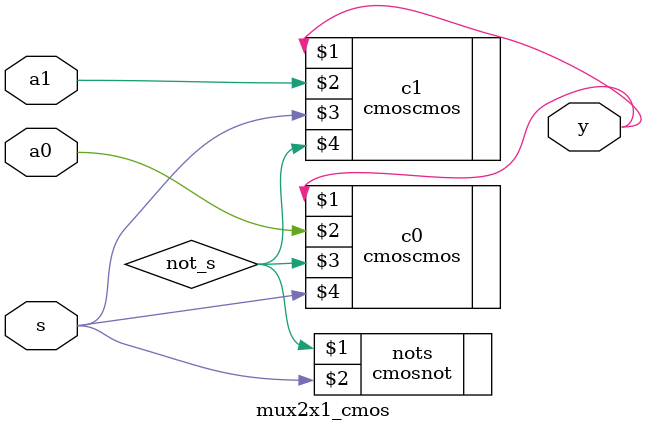
<source format=v>
`include "cmoscmos.v"
`include "cmosnot.v"

module mux2x1_cmos(y, s, a0, a1);
   input s, a0, a1;
   output y;
   wire   not_s;

   cmosnot nots(not_s, s);

   // cmoscmos name (drain, source, n_gate, p_gate);
   cmoscmos c0(y, a0, not_s,s);
   // cmos c0(y, a0, nots,s);
   cmoscmos c1(y, a1, s, not_s);
   // cmos c1(y, a1, s, nots);

endmodule // mux2x1_cmos

</source>
